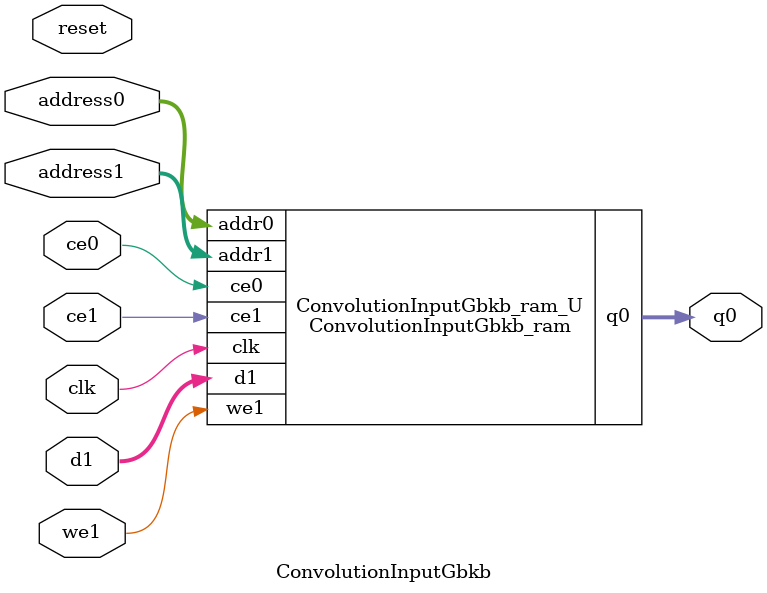
<source format=v>
`timescale 1 ns / 1 ps
module ConvolutionInputGbkb_ram (addr0, ce0, q0, addr1, ce1, d1, we1,  clk);

parameter DWIDTH = 3;
parameter AWIDTH = 4;
parameter MEM_SIZE = 16;

input[AWIDTH-1:0] addr0;
input ce0;
output reg[DWIDTH-1:0] q0;
input[AWIDTH-1:0] addr1;
input ce1;
input[DWIDTH-1:0] d1;
input we1;
input clk;

reg [DWIDTH-1:0] ram[0:MEM_SIZE-1];




always @(posedge clk)  
begin 
    if (ce0) begin
        q0 <= ram[addr0];
    end
end


always @(posedge clk)  
begin 
    if (ce1) begin
        if (we1) 
            ram[addr1] <= d1; 
    end
end


endmodule

`timescale 1 ns / 1 ps
module ConvolutionInputGbkb(
    reset,
    clk,
    address0,
    ce0,
    q0,
    address1,
    ce1,
    we1,
    d1);

parameter DataWidth = 32'd3;
parameter AddressRange = 32'd16;
parameter AddressWidth = 32'd4;
input reset;
input clk;
input[AddressWidth - 1:0] address0;
input ce0;
output[DataWidth - 1:0] q0;
input[AddressWidth - 1:0] address1;
input ce1;
input we1;
input[DataWidth - 1:0] d1;



ConvolutionInputGbkb_ram ConvolutionInputGbkb_ram_U(
    .clk( clk ),
    .addr0( address0 ),
    .ce0( ce0 ),
    .q0( q0 ),
    .addr1( address1 ),
    .ce1( ce1 ),
    .we1( we1 ),
    .d1( d1 ));

endmodule


</source>
